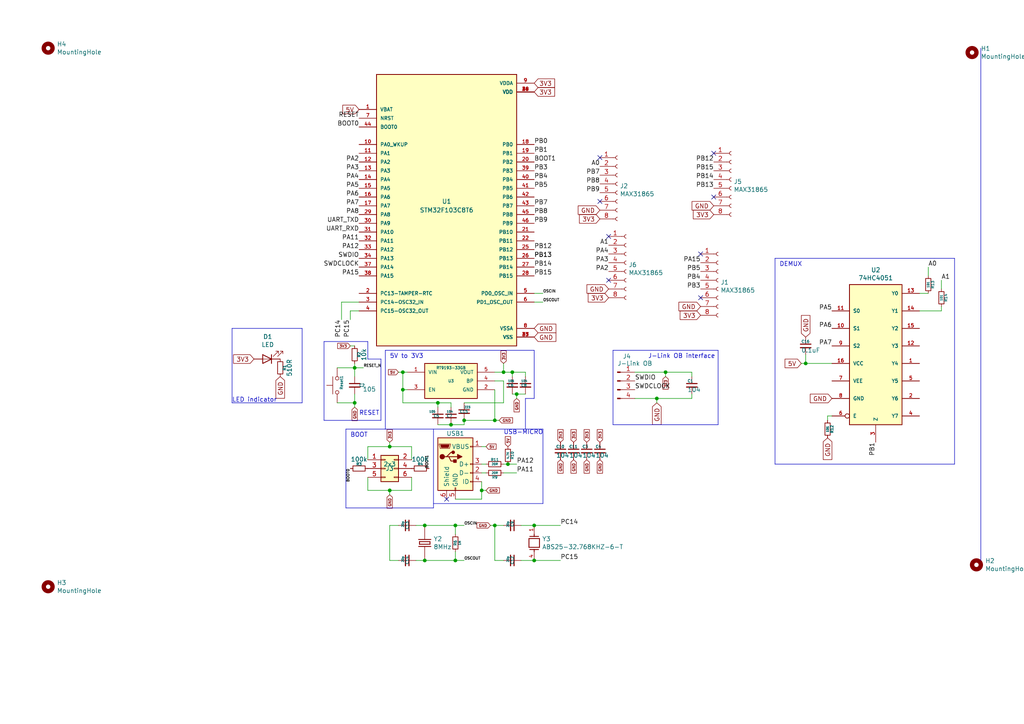
<source format=kicad_sch>
(kicad_sch (version 20230121) (generator eeschema)
  (paper "A4")
  (lib_symbols
    (symbol "ABS25-32.768KHZ-6-T:ABS25-32.768KHZ-6-T" (pin_names (offset 1.016) hide)
      (property "Reference" "Y" (at -2.54 3.175 0))
      (property "Value" "ABS25-32.768KHZ-6-T" (at -2.54 -5.08 0))
      (symbol "ABS25-32.768KHZ-6-T_0_0"
        (polyline (pts (xy -1.905 0) (xy -2.54 0)) (stroke (width 0.254)))
        (polyline (pts (xy -1.905 0) (xy -1.905 -1.27)) (stroke (width 0.254)))
        (polyline (pts (xy -1.905 1.27) (xy -1.905 0)) (stroke (width 0.254)))
        (polyline (pts (xy -1.27 -1.524) (xy -1.27 1.524)) (stroke (width 0.254)))
        (polyline (pts (xy -1.27 1.524) (xy 1.27 1.524)) (stroke (width 0.254)))
        (polyline (pts (xy 1.27 -1.524) (xy -1.27 -1.524)) (stroke (width 0.254)))
        (polyline (pts (xy 1.27 1.524) (xy 1.27 -1.524)) (stroke (width 0.254)))
        (polyline (pts (xy 1.905 0) (xy 1.905 -1.27)) (stroke (width 0.254)))
        (polyline (pts (xy 1.905 0) (xy 2.54 0)) (stroke (width 0.254)))
        (polyline (pts (xy 1.905 1.27) (xy 1.905 0)) (stroke (width 0.254)))
        (pin passive line (at -5.08 0 0) (length 2.54) (name "~") (number "1"))
        (pin passive line (at 5.08 0 180) (length 2.54) (name "~") (number "4"))
      )
    )
    (symbol "Connector:USB_B_Micro" (pin_names (offset 1.016))
      (property "Reference" "J" (at -5.08 11.43 0))
      (property "Value" "USB_B_Micro" (at -5.08 8.89 0))
      (symbol "USB_B_Micro_0_1"
        (rectangle (start -5.08 -7.62) (end 5.08 7.62) (stroke (width 0.254)) (fill (type background)))
        (circle (center -3.81 2.159) (radius 0.635) (stroke (width 0.254)) (fill (type outline)))
        (circle (center -0.635 3.429) (radius 0.381) (stroke (width 0.254)) (fill (type outline)))
        (rectangle (start -0.127 -7.62) (end 0.127 -6.858))
        (polyline (pts (xy -1.905 2.159) (xy 0.635 2.159)) (stroke (width 0.254)))
        (polyline (pts (xy -3.175 2.159) (xy -2.54 2.159) (xy -1.27 3.429) (xy -0.635 3.429)) (stroke (width 0.254)))
        (polyline (pts (xy -2.54 2.159) (xy -1.905 2.159) (xy -1.27 0.889) (xy 0 0.889)) (stroke (width 0.254)))
        (polyline (pts (xy 0.635 2.794) (xy 0.635 1.524) (xy 1.905 2.159) (xy 0.635 2.794)) (stroke (width 0.254)) (fill (type outline)))
        (polyline (pts (xy -4.318 5.588) (xy -1.778 5.588) (xy -2.032 4.826) (xy -4.064 4.826) (xy -4.318 5.588)) (fill (type outline)))
        (polyline (pts (xy -4.699 5.842) (xy -4.699 5.588) (xy -4.445 4.826) (xy -4.445 4.572) (xy -1.651 4.572) (xy -1.651 4.826) (xy -1.397 5.588) (xy -1.397 5.842) (xy -4.699 5.842)))
        (rectangle (start 0.254 1.27) (end -0.508 0.508) (stroke (width 0.254)) (fill (type outline)))
        (rectangle (start 5.08 -5.207) (end 4.318 -4.953))
        (rectangle (start 5.08 -2.667) (end 4.318 -2.413))
        (rectangle (start 5.08 -0.127) (end 4.318 0.127))
        (rectangle (start 5.08 4.953) (end 4.318 5.207))
      )
      (symbol "USB_B_Micro_1_1"
        (pin power_out line (at 7.62 5.08 180) (length 2.54) (name "VBUS") (number "1"))
        (pin bidirectional line (at 7.62 -2.54 180) (length 2.54) (name "D-") (number "2"))
        (pin bidirectional line (at 7.62 0 180) (length 2.54) (name "D+") (number "3"))
        (pin passive line (at 7.62 -5.08 180) (length 2.54) (name "ID") (number "4"))
        (pin power_out line (at 0 -10.16 90) (length 2.54) (name "GND") (number "5"))
        (pin passive line (at -2.54 -10.16 90) (length 2.54) (name "Shield") (number "6"))
      )
    )
    (symbol "Connector_Generic:Conn_02x03_Odd_Even" (pin_names (offset 1.016) hide)
      (property "Reference" "J" (at 1.27 5.08 0))
      (property "Value" "Conn_02x03_Odd_Even" (at 1.27 -5.08 0))
      (symbol "Conn_02x03_Odd_Even_1_1"
        (rectangle (start -1.27 -2.413) (end 0 -2.667) (stroke (width 0.1524)))
        (rectangle (start -1.27 0.127) (end 0 -0.127) (stroke (width 0.1524)))
        (rectangle (start -1.27 2.667) (end 0 2.413) (stroke (width 0.1524)))
        (rectangle (start -1.27 3.81) (end 3.81 -3.81) (stroke (width 0.254)) (fill (type background)))
        (rectangle (start 3.81 -2.413) (end 2.54 -2.667) (stroke (width 0.1524)))
        (rectangle (start 3.81 0.127) (end 2.54 -0.127) (stroke (width 0.1524)))
        (rectangle (start 3.81 2.667) (end 2.54 2.413) (stroke (width 0.1524)))
        (pin passive line (at -5.08 2.54 0) (length 3.81) (name "Pin_1") (number "1"))
        (pin passive line (at 7.62 2.54 180) (length 3.81) (name "Pin_2") (number "2"))
        (pin passive line (at -5.08 0 0) (length 3.81) (name "Pin_3") (number "3"))
        (pin passive line (at 7.62 0 180) (length 3.81) (name "Pin_4") (number "4"))
        (pin passive line (at -5.08 -2.54 0) (length 3.81) (name "Pin_5") (number "5"))
        (pin passive line (at 7.62 -2.54 180) (length 3.81) (name "Pin_6") (number "6"))
      )
    )
    (symbol "DTMI-rescue:74HC4051-74HC4051" (pin_names (offset 1.016))
      (property "Reference" "U" (at -2.54 20.3454 0))
      (property "Value" "74HC4051_74HC4051" (at -2.54 -33.0708 0))
      (symbol "74HC4051-74HC4051_0_0"
        (rectangle (start -10.16 -22.86) (end 5.08 17.78) (stroke (width 0.254)) (fill (type background)))
        (pin bidirectional line (at 10.16 -5.08 180) (length 5.08) (name "Y4") (number "1"))
        (pin bidirectional line (at -15.24 5.08 0) (length 5.08) (name "S1") (number "10"))
        (pin bidirectional line (at -15.24 10.16 0) (length 5.08) (name "S0") (number "11"))
        (pin bidirectional line (at 10.16 0 180) (length 5.08) (name "Y3") (number "12"))
        (pin bidirectional line (at 10.16 15.24 180) (length 5.08) (name "Y0") (number "13"))
        (pin bidirectional line (at 10.16 10.16 180) (length 5.08) (name "Y1") (number "14"))
        (pin bidirectional line (at 10.16 5.08 180) (length 5.08) (name "Y2") (number "15"))
        (pin power_in line (at -15.24 -5.08 0) (length 5.08) (name "VCC") (number "16"))
        (pin bidirectional line (at 10.16 -15.24 180) (length 5.08) (name "Y6") (number "2"))
        (pin bidirectional line (at -2.54 -27.94 90) (length 5.08) (name "Z") (number "3"))
        (pin bidirectional line (at 10.16 -20.32 180) (length 5.08) (name "Y7") (number "4"))
        (pin bidirectional line (at 10.16 -10.16 180) (length 5.08) (name "Y5") (number "5"))
        (pin bidirectional inverted (at -15.24 -20.32 0) (length 5.08) (name "E") (number "6"))
        (pin power_in line (at -15.24 -10.16 0) (length 5.08) (name "VEE") (number "7"))
        (pin power_in line (at -15.24 -15.24 0) (length 5.08) (name "GND") (number "8"))
        (pin bidirectional line (at -15.24 0 0) (length 5.08) (name "S2") (number "9"))
      )
    )
    (symbol "DTMI-rescue:Conn_01x04_Male-Connector" (pin_names (offset 1.016) hide)
      (property "Reference" "J" (at 0 5.08 0))
      (property "Value" "Connector_Conn_01x04_Male" (at 0 -7.62 0))
      (symbol "Conn_01x04_Male-Connector_1_1"
        (polyline (pts (xy 1.27 -5.08) (xy 0.8636 -5.08)) (stroke (width 0.1524)))
        (polyline (pts (xy 1.27 -2.54) (xy 0.8636 -2.54)) (stroke (width 0.1524)))
        (polyline (pts (xy 1.27 0) (xy 0.8636 0)) (stroke (width 0.1524)))
        (polyline (pts (xy 1.27 2.54) (xy 0.8636 2.54)) (stroke (width 0.1524)))
        (rectangle (start 0.8636 -4.953) (end 0 -5.207) (stroke (width 0.1524)) (fill (type outline)))
        (rectangle (start 0.8636 -2.413) (end 0 -2.667) (stroke (width 0.1524)) (fill (type outline)))
        (rectangle (start 0.8636 0.127) (end 0 -0.127) (stroke (width 0.1524)) (fill (type outline)))
        (rectangle (start 0.8636 2.667) (end 0 2.413) (stroke (width 0.1524)) (fill (type outline)))
        (pin passive line (at 5.08 2.54 180) (length 3.81) (name "Pin_1") (number "1"))
        (pin passive line (at 5.08 0 180) (length 3.81) (name "Pin_2") (number "2"))
        (pin passive line (at 5.08 -2.54 180) (length 3.81) (name "Pin_3") (number "3"))
        (pin passive line (at 5.08 -5.08 180) (length 3.81) (name "Pin_4") (number "4"))
      )
    )
    (symbol "DTMI-rescue:Conn_01x08_Female-Connector" (pin_names (offset 1.016) hide)
      (property "Reference" "J" (at 0 10.16 0))
      (property "Value" "Connector_Conn_01x08_Female" (at 0 -12.7 0))
      (symbol "Conn_01x08_Female-Connector_1_1"
        (arc (start 0 -9.652) (mid -0.5058 -10.16) (end 0 -10.668) (stroke (width 0.1524)))
        (arc (start 0 -7.112) (mid -0.5058 -7.62) (end 0 -8.128) (stroke (width 0.1524)))
        (arc (start 0 -4.572) (mid -0.5058 -5.08) (end 0 -5.588) (stroke (width 0.1524)))
        (arc (start 0 -2.032) (mid -0.5058 -2.54) (end 0 -3.048) (stroke (width 0.1524)))
        (polyline (pts (xy -1.27 -10.16) (xy -0.508 -10.16)) (stroke (width 0.1524)))
        (polyline (pts (xy -1.27 -7.62) (xy -0.508 -7.62)) (stroke (width 0.1524)))
        (polyline (pts (xy -1.27 -5.08) (xy -0.508 -5.08)) (stroke (width 0.1524)))
        (polyline (pts (xy -1.27 -2.54) (xy -0.508 -2.54)) (stroke (width 0.1524)))
        (polyline (pts (xy -1.27 0) (xy -0.508 0)) (stroke (width 0.1524)))
        (polyline (pts (xy -1.27 2.54) (xy -0.508 2.54)) (stroke (width 0.1524)))
        (polyline (pts (xy -1.27 5.08) (xy -0.508 5.08)) (stroke (width 0.1524)))
        (polyline (pts (xy -1.27 7.62) (xy -0.508 7.62)) (stroke (width 0.1524)))
        (arc (start 0 0.508) (mid -0.5058 0) (end 0 -0.508) (stroke (width 0.1524)))
        (arc (start 0 3.048) (mid -0.5058 2.54) (end 0 2.032) (stroke (width 0.1524)))
        (arc (start 0 5.588) (mid -0.5058 5.08) (end 0 4.572) (stroke (width 0.1524)))
        (arc (start 0 8.128) (mid -0.5058 7.62) (end 0 7.112) (stroke (width 0.1524)))
        (pin passive line (at -5.08 7.62 0) (length 3.81) (name "Pin_1") (number "1"))
        (pin passive line (at -5.08 5.08 0) (length 3.81) (name "Pin_2") (number "2"))
        (pin passive line (at -5.08 2.54 0) (length 3.81) (name "Pin_3") (number "3"))
        (pin passive line (at -5.08 0 0) (length 3.81) (name "Pin_4") (number "4"))
        (pin passive line (at -5.08 -2.54 0) (length 3.81) (name "Pin_5") (number "5"))
        (pin passive line (at -5.08 -5.08 0) (length 3.81) (name "Pin_6") (number "6"))
        (pin passive line (at -5.08 -7.62 0) (length 3.81) (name "Pin_7") (number "7"))
        (pin passive line (at -5.08 -10.16 0) (length 3.81) (name "Pin_8") (number "8"))
      )
    )
    (symbol "DTMI-rescue:ECS-80-20-4VX-ECS-80-20-4VX" (pin_numbers hide) (pin_names (offset 1.016) hide)
      (property "Reference" "Y" (at -4.3434 2.286 0))
      (property "Value" "ECS-80-20-4VX_ECS-80-20-4VX" (at -4.3434 -4.3434 0))
      (symbol "ECS-80-20-4VX-ECS-80-20-4VX_0_0"
        (polyline (pts (xy -2.54 0) (xy -1.016 0)) (stroke (width 0.1524)))
        (polyline (pts (xy -1.016 1.778) (xy -1.016 -1.778)) (stroke (width 0.254)))
        (polyline (pts (xy -0.381 -1.524) (xy 0.381 -1.524)) (stroke (width 0.254)))
        (polyline (pts (xy -0.381 1.524) (xy -0.381 -1.524)) (stroke (width 0.254)))
        (polyline (pts (xy 0.381 -1.524) (xy 0.381 1.524)) (stroke (width 0.254)))
        (polyline (pts (xy 0.381 1.524) (xy -0.381 1.524)) (stroke (width 0.254)))
        (polyline (pts (xy 1.016 0) (xy 2.54 0)) (stroke (width 0.1524)))
        (polyline (pts (xy 1.016 1.778) (xy 1.016 -1.778)) (stroke (width 0.254)))
        (pin passive line (at -5.08 0 0) (length 2.54) (name "~") (number "1"))
        (pin passive line (at 5.08 0 180) (length 2.54) (name "~") (number "2"))
      )
    )
    (symbol "DTMI-rescue:RT9193-33GB-RT9193-33GB" (pin_names (offset 1.016))
      (property "Reference" "U" (at -6.35 6.35 0))
      (property "Value" "RT9193-33GB_RT9193-33GB" (at -6.3754 -8.9154 0))
      (symbol "RT9193-33GB-RT9193-33GB_0_0"
        (rectangle (start -7.62 -5.08) (end 7.62 5.08) (stroke (width 0.254)) (fill (type background)))
        (pin input line (at -12.7 2.54 0) (length 5.08) (name "VIN") (number "1"))
        (pin power_in line (at 12.7 -2.54 180) (length 5.08) (name "GND") (number "2"))
        (pin input line (at -12.7 -2.54 0) (length 5.08) (name "EN") (number "3"))
        (pin passive line (at 12.7 0 180) (length 5.08) (name "BP") (number "4"))
        (pin output line (at 12.7 2.54 180) (length 5.08) (name "VOUT") (number "5"))
      )
    )
    (symbol "DTMI-rescue:STM32F103C8T6-STM32F103C8T6" (pin_names (offset 1.016))
      (property "Reference" "U" (at -20.32 41.275 0))
      (property "Value" "STM32F103C8T6_STM32F103C8T6" (at -20.32 -40.64 0))
      (symbol "STM32F103C8T6-STM32F103C8T6_0_0"
        (rectangle (start -20.32 -38.1) (end 20.32 40.64) (stroke (width 0.254)) (fill (type background)))
        (pin bidirectional line (at -25.4 30.48 0) (length 5.08) (name "VBAT") (number "1"))
        (pin bidirectional line (at -25.4 20.32 0) (length 5.08) (name "PA0_WKUP") (number "10"))
        (pin bidirectional line (at -25.4 17.78 0) (length 5.08) (name "PA1") (number "11"))
        (pin bidirectional line (at -25.4 15.24 0) (length 5.08) (name "PA2") (number "12"))
        (pin bidirectional line (at -25.4 12.7 0) (length 5.08) (name "PA3") (number "13"))
        (pin bidirectional line (at -25.4 10.16 0) (length 5.08) (name "PA4") (number "14"))
        (pin bidirectional line (at -25.4 7.62 0) (length 5.08) (name "PA5") (number "15"))
        (pin bidirectional line (at -25.4 5.08 0) (length 5.08) (name "PA6") (number "16"))
        (pin bidirectional line (at -25.4 2.54 0) (length 5.08) (name "PA7") (number "17"))
        (pin bidirectional line (at 25.4 20.32 180) (length 5.08) (name "PB0") (number "18"))
        (pin bidirectional line (at 25.4 17.78 180) (length 5.08) (name "PB1") (number "19"))
        (pin bidirectional line (at -25.4 -22.86 0) (length 5.08) (name "PC13-TAMPER-RTC") (number "2"))
        (pin bidirectional line (at 25.4 15.24 180) (length 5.08) (name "PB2") (number "20"))
        (pin bidirectional line (at 25.4 -5.08 180) (length 5.08) (name "PB10") (number "21"))
        (pin bidirectional line (at 25.4 -7.62 180) (length 5.08) (name "PB11") (number "22"))
        (pin power_in line (at 25.4 -35.56 180) (length 5.08) (name "VSS") (number "23"))
        (pin power_in line (at 25.4 35.56 180) (length 5.08) (name "VDD") (number "24"))
        (pin bidirectional line (at 25.4 -10.16 180) (length 5.08) (name "PB12") (number "25"))
        (pin bidirectional line (at 25.4 -12.7 180) (length 5.08) (name "PB13") (number "26"))
        (pin bidirectional line (at 25.4 -15.24 180) (length 5.08) (name "PB14") (number "27"))
        (pin bidirectional line (at 25.4 -17.78 180) (length 5.08) (name "PB15") (number "28"))
        (pin bidirectional line (at -25.4 0 0) (length 5.08) (name "PA8") (number "29"))
        (pin bidirectional line (at -25.4 -25.4 0) (length 5.08) (name "PC14-OSC32_IN") (number "3"))
        (pin bidirectional line (at -25.4 -2.54 0) (length 5.08) (name "PA9") (number "30"))
        (pin bidirectional line (at -25.4 -5.08 0) (length 5.08) (name "PA10") (number "31"))
        (pin bidirectional line (at -25.4 -7.62 0) (length 5.08) (name "PA11") (number "32"))
        (pin bidirectional line (at -25.4 -10.16 0) (length 5.08) (name "PA12") (number "33"))
        (pin bidirectional line (at -25.4 -12.7 0) (length 5.08) (name "PA13") (number "34"))
        (pin power_in line (at 25.4 -35.56 180) (length 5.08) (name "VSS") (number "35"))
        (pin power_in line (at 25.4 35.56 180) (length 5.08) (name "VDD") (number "36"))
        (pin bidirectional line (at -25.4 -15.24 0) (length 5.08) (name "PA14") (number "37"))
        (pin bidirectional line (at -25.4 -17.78 0) (length 5.08) (name "PA15") (number "38"))
        (pin bidirectional line (at 25.4 12.7 180) (length 5.08) (name "PB3") (number "39"))
        (pin bidirectional line (at -25.4 -27.94 0) (length 5.08) (name "PC15-OSC32_OUT") (number "4"))
        (pin bidirectional line (at 25.4 10.16 180) (length 5.08) (name "PB4") (number "40"))
        (pin bidirectional line (at 25.4 7.62 180) (length 5.08) (name "PB5") (number "41"))
        (pin bidirectional line (at 25.4 5.08 180) (length 5.08) (name "PB6") (number "42"))
        (pin bidirectional line (at 25.4 2.54 180) (length 5.08) (name "PB7") (number "43"))
        (pin input line (at -25.4 25.4 0) (length 5.08) (name "BOOT0") (number "44"))
        (pin bidirectional line (at 25.4 0 180) (length 5.08) (name "PB8") (number "45"))
        (pin bidirectional line (at 25.4 -2.54 180) (length 5.08) (name "PB9") (number "46"))
        (pin power_in line (at 25.4 -35.56 180) (length 5.08) (name "VSS") (number "47"))
        (pin power_in line (at 25.4 35.56 180) (length 5.08) (name "VDD") (number "48"))
        (pin bidirectional line (at 25.4 -22.86 180) (length 5.08) (name "PD0_OSC_IN") (number "5"))
        (pin bidirectional line (at 25.4 -25.4 180) (length 5.08) (name "PD1_OSC_OUT") (number "6"))
        (pin input line (at -25.4 27.94 0) (length 5.08) (name "NRST") (number "7"))
        (pin power_in line (at 25.4 -33.02 180) (length 5.08) (name "VSSA") (number "8"))
        (pin power_in line (at 25.4 38.1 180) (length 5.08) (name "VDDA") (number "9"))
      )
    )
    (symbol "Device:C_Small" (pin_numbers hide) (pin_names (offset 0.254) hide)
      (property "Reference" "C" (at 0.254 1.778 0))
      (property "Value" "C_Small" (at 0.254 -2.032 0))
      (symbol "C_Small_0_1"
        (polyline (pts (xy -1.524 -0.508) (xy 1.524 -0.508)) (stroke (width 0.3302)))
        (polyline (pts (xy -1.524 0.508) (xy 1.524 0.508)) (stroke (width 0.3048)))
      )
      (symbol "C_Small_1_1"
        (pin passive line (at 0 2.54 270) (length 2.032) (name "~") (number "1"))
        (pin passive line (at 0 -2.54 90) (length 2.032) (name "~") (number "2"))
      )
    )
    (symbol "Device:LED" (pin_numbers hide) (pin_names (offset 1.016) hide)
      (property "Reference" "D" (at 0 2.54 0))
      (property "Value" "LED" (at 0 -2.54 0))
      (symbol "LED_0_1"
        (polyline (pts (xy -1.27 -1.27) (xy -1.27 1.27)) (stroke (width 0.254)))
        (polyline (pts (xy -1.27 0) (xy 1.27 0)))
        (polyline (pts (xy 1.27 -1.27) (xy 1.27 1.27) (xy -1.27 0) (xy 1.27 -1.27)) (stroke (width 0.254)))
        (polyline (pts (xy -3.048 -0.762) (xy -4.572 -2.286) (xy -3.81 -2.286) (xy -4.572 -2.286) (xy -4.572 -1.524)))
        (polyline (pts (xy -1.778 -0.762) (xy -3.302 -2.286) (xy -2.54 -2.286) (xy -3.302 -2.286) (xy -3.302 -1.524)))
      )
      (symbol "LED_1_1"
        (pin passive line (at -3.81 0 0) (length 2.54) (name "K") (number "1"))
        (pin passive line (at 3.81 0 180) (length 2.54) (name "A") (number "2"))
      )
    )
    (symbol "Device:R_Small" (pin_numbers hide) (pin_names (offset 0.254) hide)
      (property "Reference" "R" (at 0.762 0.508 0))
      (property "Value" "R_Small" (at 0.762 -1.016 0))
      (symbol "R_Small_0_1"
        (rectangle (start -0.762 1.778) (end 0.762 -1.778) (stroke (width 0.2032)))
      )
      (symbol "R_Small_1_1"
        (pin passive line (at 0 2.54 270) (length 0.762) (name "~") (number "1"))
        (pin passive line (at 0 -2.54 90) (length 0.762) (name "~") (number "2"))
      )
    )
    (symbol "Mechanical:MountingHole" (pin_names (offset 1.016))
      (property "Reference" "H" (at 0 5.08 0))
      (property "Value" "MountingHole" (at 0 3.175 0))
      (symbol "MountingHole_0_1"
        (circle (center 0 0) (radius 1.27) (stroke (width 1.27)))
      )
    )
    (symbol "Switch:SW_Push" (pin_numbers hide) (pin_names (offset 1.016) hide)
      (property "Reference" "SW" (at 1.27 2.54 0))
      (property "Value" "SW_Push" (at 0 -1.524 0))
      (symbol "SW_Push_0_1"
        (circle (center -2.032 0) (radius 0.508))
        (polyline (pts (xy 0 1.27) (xy 0 3.048)))
        (polyline (pts (xy 2.54 1.27) (xy -2.54 1.27)))
        (circle (center 2.032 0) (radius 0.508))
        (pin passive line (at -5.08 0 0) (length 2.54) (name "1") (number "1"))
        (pin passive line (at 5.08 0 180) (length 2.54) (name "2") (number "2"))
      )
    )
  )
  (junction (at 132.08 152.4))
  (junction (at 193.04 107.95))
  (junction (at 123.19 152.4))
  (junction (at 146.05 107.95))
  (junction (at 143.51 121.92))
  (junction (at 154.94 162.56))
  (junction (at 190.5 115.57))
  (junction (at 116.84 107.95))
  (junction (at 116.84 113.03))
  (junction (at 139.7 142.24))
  (junction (at 102.87 116.84))
  (junction (at 147.32 134.62))
  (junction (at 132.08 162.56))
  (junction (at 143.51 152.4))
  (junction (at 233.68 105.41))
  (junction (at 134.62 121.92))
  (junction (at 149.86 114.3))
  (junction (at 102.87 106.68))
  (junction (at 148.59 107.95))
  (junction (at 123.19 162.56))
  (junction (at 130.81 123.19))
  (junction (at 154.94 152.4))
  (junction (at 113.03 142.24))
  (junction (at 127 116.84))
  (junction (at 113.03 129.54))
  (no_connect (at 173.99 58.42))
  (no_connect (at 129.54 144.78))
  (no_connect (at 176.53 81.28))
  (no_connect (at 203.2 73.66))
  (no_connect (at 203.2 86.36))
  (no_connect (at 207.01 44.45))
  (no_connect (at 207.01 57.15))
  (no_connect (at 176.53 68.58))
  (no_connect (at 173.99 45.72))
  (wire (pts (xy 154.94 85.09) (xy 157.48 85.09)))
  (wire (pts (xy 152.4 107.95) (xy 152.4 109.22)))
  (wire (pts (xy 146.05 137.16) (xy 149.86 137.16)))
  (wire (pts (xy 149.86 115.57) (xy 149.86 114.3)))
  (polyline (pts (xy 111.76 101.6) (xy 154.94 101.6)))
  (wire (pts (xy 240.03 120.65) (xy 241.3 120.65)))
  (wire (pts (xy 193.04 109.22) (xy 193.04 107.95)))
  (wire (pts (xy 119.38 138.43) (xy 119.38 142.24)))
  (wire (pts (xy 130.81 123.19) (xy 134.62 123.19)))
  (polyline (pts (xy 93.98 99.06) (xy 106.68 99.06)))
  (wire (pts (xy 132.08 162.56) (xy 132.08 160.02)))
  (wire (pts (xy 143.51 110.49) (xy 146.05 110.49)))
  (wire (pts (xy 139.7 144.78) (xy 139.7 142.24)))
  (polyline (pts (xy 93.98 99.06) (xy 93.98 121.92)))
  (polyline (pts (xy 67.31 95.25) (xy 67.31 116.84)))
  (wire (pts (xy 146.05 107.95) (xy 146.05 105.41)))
  (wire (pts (xy 154.94 87.63) (xy 157.48 87.63)))
  (wire (pts (xy 148.59 107.95) (xy 152.4 107.95)))
  (polyline (pts (xy 157.48 146.05) (xy 125.73 146.05)))
  (wire (pts (xy 115.57 152.4) (xy 113.03 152.4)))
  (wire (pts (xy 127 116.84) (xy 127 118.11)))
  (wire (pts (xy 132.08 162.56) (xy 134.62 162.56)))
  (wire (pts (xy 142.24 152.4) (xy 143.51 152.4)))
  (wire (pts (xy 127 116.84) (xy 130.81 116.84)))
  (wire (pts (xy 143.51 113.03) (xy 143.51 121.92)))
  (polyline (pts (xy 276.86 74.93) (xy 224.79 74.93)))
  (wire (pts (xy 190.5 116.84) (xy 190.5 115.57)))
  (polyline (pts (xy 111.76 124.46) (xy 111.76 101.6)))
  (wire (pts (xy 143.51 107.95) (xy 146.05 107.95)))
  (wire (pts (xy 116.84 113.03) (xy 116.84 116.84)))
  (wire (pts (xy 113.03 152.4) (xy 113.03 162.56)))
  (wire (pts (xy 123.19 162.56) (xy 132.08 162.56)))
  (wire (pts (xy 139.7 142.24) (xy 140.97 142.24)))
  (wire (pts (xy 123.19 152.4) (xy 132.08 152.4)))
  (wire (pts (xy 146.05 107.95) (xy 148.59 107.95)))
  (wire (pts (xy 101.6 100.33) (xy 102.87 100.33)))
  (polyline (pts (xy 152.4 115.57) (xy 152.4 124.46)))
  (wire (pts (xy 149.86 134.62) (xy 147.32 134.62)))
  (wire (pts (xy 144.78 121.92) (xy 143.51 121.92)))
  (wire (pts (xy 106.68 129.54) (xy 113.03 129.54)))
  (polyline (pts (xy 177.8 123.19) (xy 208.28 123.19)))
  (polyline (pts (xy 276.86 134.62) (xy 276.86 74.93)))
  (polyline (pts (xy 110.49 104.14) (xy 110.49 121.92)))
  (polyline (pts (xy 106.68 99.06) (xy 106.68 104.14)))
  (polyline (pts (xy 154.94 115.57) (xy 152.4 115.57)))
  (wire (pts (xy 139.7 137.16) (xy 140.97 137.16)))
  (polyline (pts (xy 106.68 104.14) (xy 110.49 104.14)))
  (polyline (pts (xy 87.63 95.25) (xy 67.31 95.25)))
  (wire (pts (xy 113.03 162.56) (xy 115.57 162.56)))
  (wire (pts (xy 154.94 152.4) (xy 162.56 152.4)))
  (wire (pts (xy 200.66 114.3) (xy 200.66 115.57)))
  (wire (pts (xy 273.05 81.28) (xy 273.05 83.82)))
  (wire (pts (xy 147.32 134.62) (xy 146.05 134.62)))
  (wire (pts (xy 99.06 87.63) (xy 104.14 87.63)))
  (polyline (pts (xy 157.48 124.46) (xy 157.48 146.05)))
  (wire (pts (xy 143.51 162.56) (xy 146.05 162.56)))
  (wire (pts (xy 148.59 114.3) (xy 149.86 114.3)))
  (polyline (pts (xy 125.73 147.32) (xy 100.33 147.32)))
  (wire (pts (xy 105.41 106.68) (xy 102.87 106.68)))
  (polyline (pts (xy 224.79 74.93) (xy 224.79 134.62)))
  (wire (pts (xy 99.06 87.63) (xy 99.06 92.71)))
  (wire (pts (xy 102.87 106.68) (xy 97.79 106.68)))
  (wire (pts (xy 132.08 144.78) (xy 139.7 144.78)))
  (wire (pts (xy 116.84 107.95) (xy 118.11 107.95)))
  (wire (pts (xy 193.04 107.95) (xy 184.15 107.95)))
  (wire (pts (xy 266.7 90.17) (xy 273.05 90.17)))
  (wire (pts (xy 106.68 133.35) (xy 106.68 129.54)))
  (wire (pts (xy 146.05 152.4) (xy 143.51 152.4)))
  (polyline (pts (xy 67.31 116.84) (xy 87.63 116.84)))
  (wire (pts (xy 200.66 107.95) (xy 200.66 109.22)))
  (wire (pts (xy 101.6 90.17) (xy 104.14 90.17)))
  (polyline (pts (xy 224.79 134.62) (xy 276.86 134.62)))
  (wire (pts (xy 113.03 143.51) (xy 113.03 142.24)))
  (wire (pts (xy 116.84 107.95) (xy 116.84 113.03)))
  (wire (pts (xy 101.6 92.71) (xy 101.6 90.17)))
  (wire (pts (xy 97.79 116.84) (xy 102.87 116.84)))
  (wire (pts (xy 102.87 109.22) (xy 102.87 106.68)))
  (wire (pts (xy 190.5 115.57) (xy 184.15 115.57)))
  (wire (pts (xy 132.08 152.4) (xy 132.08 154.94)))
  (wire (pts (xy 151.13 162.56) (xy 154.94 162.56)))
  (wire (pts (xy 119.38 129.54) (xy 119.38 133.35)))
  (wire (pts (xy 130.81 116.84) (xy 130.81 118.11)))
  (wire (pts (xy 146.05 110.49) (xy 146.05 116.84)))
  (wire (pts (xy 140.97 134.62) (xy 139.7 134.62)))
  (wire (pts (xy 115.57 107.95) (xy 116.84 107.95)))
  (wire (pts (xy 233.68 105.41) (xy 232.41 105.41)))
  (wire (pts (xy 102.87 116.84) (xy 102.87 118.11)))
  (wire (pts (xy 139.7 142.24) (xy 139.7 139.7)))
  (polyline (pts (xy 87.63 116.84) (xy 87.63 95.25)))
  (wire (pts (xy 139.7 129.54) (xy 140.97 129.54)))
  (wire (pts (xy 149.86 114.3) (xy 152.4 114.3)))
  (wire (pts (xy 143.51 121.92) (xy 134.62 121.92)))
  (wire (pts (xy 106.68 142.24) (xy 113.03 142.24)))
  (polyline (pts (xy 100.33 147.32) (xy 100.33 124.46)))
  (wire (pts (xy 269.24 77.47) (xy 269.24 80.01)))
  (wire (pts (xy 200.66 115.57) (xy 190.5 115.57)))
  (polyline (pts (xy 284.48 162.56) (xy 284.48 13.97)))
  (polyline (pts (xy 177.8 101.6) (xy 177.8 123.19)))
  (wire (pts (xy 134.62 116.84) (xy 146.05 116.84)))
  (wire (pts (xy 113.03 142.24) (xy 119.38 142.24)))
  (polyline (pts (xy 208.28 101.6) (xy 177.8 101.6)))
  (wire (pts (xy 106.68 138.43) (xy 106.68 142.24)))
  (polyline (pts (xy 154.94 101.6) (xy 154.94 115.57)))
  (wire (pts (xy 273.05 90.17) (xy 273.05 88.9)))
  (wire (pts (xy 151.13 152.4) (xy 154.94 152.4)))
  (wire (pts (xy 118.11 113.03) (xy 116.84 113.03)))
  (wire (pts (xy 116.84 116.84) (xy 127 116.84)))
  (wire (pts (xy 102.87 105.41) (xy 102.87 106.68)))
  (wire (pts (xy 154.94 162.56) (xy 162.56 162.56)))
  (wire (pts (xy 120.65 162.56) (xy 123.19 162.56)))
  (wire (pts (xy 102.87 116.84) (xy 102.87 114.3)))
  (polyline (pts (xy 208.28 123.19) (xy 208.28 101.6)))
  (wire (pts (xy 241.3 105.41) (xy 233.68 105.41)))
  (wire (pts (xy 132.08 152.4) (xy 134.62 152.4)))
  (wire (pts (xy 120.65 152.4) (xy 123.19 152.4)))
  (wire (pts (xy 113.03 129.54) (xy 119.38 129.54)))
  (wire (pts (xy 266.7 85.09) (xy 269.24 85.09)))
  (wire (pts (xy 193.04 107.95) (xy 200.66 107.95)))
  (polyline (pts (xy 110.49 121.92) (xy 93.98 121.92)))
  (wire (pts (xy 113.03 128.27) (xy 113.03 129.54)))
  (wire (pts (xy 233.68 102.87) (xy 233.68 105.41)))
  (polyline (pts (xy 125.73 124.46) (xy 125.73 147.32)))
  (polyline (pts (xy 100.33 124.46) (xy 157.48 124.46)))
  (wire (pts (xy 134.62 123.19) (xy 134.62 121.92)))
  (wire (pts (xy 143.51 152.4) (xy 143.51 162.56)))
  (wire (pts (xy 240.03 121.92) (xy 240.03 120.65)))
  (wire (pts (xy 127 123.19) (xy 130.81 123.19)))
  (wire (pts (xy 148.59 107.95) (xy 148.59 109.22)))
  (text "USB-MICRO\n\n" (at 146.05 128.27 0) (effects (font (size 1.27 1.27)) (justify left bottom)))
  (text "RESET\n" (at 104.14 120.65 0) (effects (font (size 1.27 1.27)) (justify left bottom)))
  (text "DEMUX\n" (at 226.06 77.47 0) (effects (font (size 1.27 1.27)) (justify left bottom)))
  (text "J-Link OB interface\n" (at 187.96 104.14 0) (effects (font (size 1.27 1.27)) (justify left bottom)))
  (text "LED indicator\n" (at 67.31 116.84 0) (effects (font (size 1.27 1.27)) (justify left bottom)))
  (text "5V to 3V3\n" (at 113.03 104.14 0) (effects (font (size 1.27 1.27)) (justify left bottom)))
  (text "BOOT\n" (at 101.6 127 0) (effects (font (size 1.27 1.27)) (justify left bottom)))
  (label "OSCOUT" (at 157.48 87.63 0) (effects (font (size 0.7874 0.7874))))
  (label "RESET" (at 104.14 34.29 180))
  (label "PA7" (at 104.14 59.69 180))
  (label "PA4" (at 176.53 73.66 180))
  (label "PB13" (at 154.94 74.93 0))
  (label "PC14" (at 162.56 152.4 0))
  (label "PA2" (at 176.53 78.74 180))
  (label "BOOT1" (at 154.94 46.99 0))
  (label "PA15" (at 104.14 80.01 180))
  (label "SWDCLOCK" (at 104.14 77.47 180))
  (label "PB8" (at 154.94 62.23 0))
  (label "PB15" (at 154.94 80.01 0))
  (label "PA8" (at 104.14 62.23 180))
  (label "PB9" (at 173.99 55.88 180))
  (label "PA3" (at 104.14 49.53 180))
  (label "PC14" (at 99.06 92.71 270))
  (label "PB4" (at 154.94 52.07 0))
  (label "BOOT1" (at 124.46 135.89 90) (effects (font (size 0.7874 0.7874))))
  (label "PA3" (at 176.53 76.2 180))
  (label "SWDCLOCK" (at 184.15 113.03 0))
  (label "PB15" (at 207.01 49.53 180))
  (label "PB8" (at 173.99 53.34 180))
  (label "PC15" (at 162.56 162.56 0))
  (label "PB14" (at 207.01 52.07 180))
  (label "PB5" (at 154.94 54.61 0))
  (label "PA5" (at 104.14 54.61 180))
  (label "BOOT0" (at 101.6 135.89 270) (effects (font (size 0.7874 0.7874))))
  (label "UART_TXD" (at 104.14 64.77 180))
  (label "PB1" (at 254 128.27 270))
  (label "PA12" (at 149.86 134.62 0))
  (label "PC15" (at 101.6 92.71 270))
  (label "UART_RXD" (at 104.14 67.31 180))
  (label "OSCOUT" (at 134.62 162.56 0) (effects (font (size 0.7874 0.7874))))
  (label "OSCIN" (at 157.48 85.09 0) (effects (font (size 0.7874 0.7874))))
  (label "PA12" (at 104.14 72.39 180))
  (label "A0" (at 173.99 48.26 180))
  (label "PB1" (at 154.94 44.45 0))
  (label "PB5" (at 203.2 78.74 180))
  (label "PB14" (at 154.94 77.47 0))
  (label "OSCIN" (at 134.62 152.4 0) (effects (font (size 0.7874 0.7874))))
  (label "PB9" (at 154.94 64.77 0))
  (label "PB3" (at 203.2 83.82 180))
  (label "PB3" (at 154.94 49.53 0))
  (label "PA7" (at 241.3 100.33 180))
  (label "PB7" (at 154.94 59.69 0))
  (label "PB13" (at 207.01 54.61 180))
  (label "PB0" (at 154.94 41.91 0))
  (label "PA6" (at 104.14 57.15 180))
  (label "PB12" (at 154.94 72.39 0))
  (label "PA6" (at 241.3 95.25 180))
  (label "BOOT0" (at 104.14 36.83 180))
  (label "PB4" (at 203.2 81.28 180))
  (label "PA2" (at 104.14 46.99 180))
  (label "A1" (at 176.53 71.12 180))
  (label "SWDIO" (at 104.14 74.93 180))
  (label "SWDIO" (at 184.15 110.49 0))
  (label "PB7" (at 173.99 50.8 180))
  (label "PA4" (at 104.14 52.07 180))
  (label "PB13" (at 154.94 74.93 0))
  (label "RESET_N" (at 105.41 106.68 0) (effects (font (size 0.7874 0.7874))))
  (label "PA11" (at 149.86 137.16 0))
  (label "PB12" (at 207.01 46.99 180))
  (label "PA15" (at 203.2 76.2 180))
  (label "A1" (at 273.05 81.28 0))
  (label "PA11" (at 104.14 69.85 180))
  (label "PA5" (at 241.3 90.17 180))
  (label "A0" (at 269.24 77.47 0))
  (global_label "GND" (shape input) (at 154.94 95.25 0) (property "Intersheetrefs" "${INTERSHEET_REFS}" (effects hide)))
  (global_label "GND" (shape input) (at 176.53 83.82 180) (property "Intersheetrefs" "${INTERSHEET_REFS}" (effects hide)))
  (global_label "GND" (shape input) (at 149.86 115.57 270) (effects (font (size 0.7874 0.7874))) (property "Intersheetrefs" "${INTERSHEET_REFS}" (effects hide)))
  (global_label "3V3" (shape input) (at 203.2 91.44 180) (property "Intersheetrefs" "${INTERSHEET_REFS}" (effects hide)))
  (global_label "GND" (shape input) (at 142.24 152.4 180) (effects (font (size 0.7874 0.7874))) (property "Intersheetrefs" "${INTERSHEET_REFS}" (effects hide)))
  (global_label "3V3" (shape input) (at 207.01 62.23 180) (property "Intersheetrefs" "${INTERSHEET_REFS}" (effects hide)))
  (global_label "3V3" (shape input) (at 146.05 105.41 90) (effects (font (size 0.7874 0.7874))) (property "Intersheetrefs" "${INTERSHEET_REFS}" (effects hide)))
  (global_label "GND" (shape input) (at 240.03 127 270) (property "Intersheetrefs" "${INTERSHEET_REFS}" (effects hide)))
  (global_label "GND" (shape input) (at 162.56 133.35 270) (effects (font (size 0.7874 0.7874))) (property "Intersheetrefs" "${INTERSHEET_REFS}" (effects hide)))
  (global_label "GND" (shape input) (at 170.18 133.35 270) (effects (font (size 0.7874 0.7874))) (property "Intersheetrefs" "${INTERSHEET_REFS}" (effects hide)))
  (global_label "5V" (shape input) (at 232.41 105.41 180) (property "Intersheetrefs" "${INTERSHEET_REFS}" (effects hide)))
  (global_label "GND" (shape input) (at 140.97 142.24 0) (effects (font (size 0.7874 0.7874))) (property "Intersheetrefs" "${INTERSHEET_REFS}" (effects hide)))
  (global_label "5V" (shape input) (at 115.57 107.95 180) (effects (font (size 0.7874 0.7874))) (property "Intersheetrefs" "${INTERSHEET_REFS}" (effects hide)))
  (global_label "GND" (shape input) (at 207.01 59.69 180) (property "Intersheetrefs" "${INTERSHEET_REFS}" (effects hide)))
  (global_label "3V3" (shape input) (at 173.99 63.5 180) (property "Intersheetrefs" "${INTERSHEET_REFS}" (effects hide)))
  (global_label "5V" (shape input) (at 140.97 129.54 0) (effects (font (size 0.7874 0.7874))) (property "Intersheetrefs" "${INTERSHEET_REFS}" (effects hide)))
  (global_label "3V3" (shape input) (at 166.37 128.27 90) (effects (font (size 0.7874 0.7874))) (property "Intersheetrefs" "${INTERSHEET_REFS}" (effects hide)))
  (global_label "3V3" (shape input) (at 193.04 109.22 270) (effects (font (size 0.7874 0.7874))) (property "Intersheetrefs" "${INTERSHEET_REFS}" (effects hide)))
  (global_label "GND" (shape input) (at 144.78 121.92 0) (effects (font (size 0.7874 0.7874))) (property "Intersheetrefs" "${INTERSHEET_REFS}" (effects hide)))
  (global_label "5V" (shape input) (at 104.14 31.75 180) (property "Intersheetrefs" "${INTERSHEET_REFS}" (effects hide)))
  (global_label "3V3" (shape input) (at 162.56 128.27 90) (effects (font (size 0.7874 0.7874))) (property "Intersheetrefs" "${INTERSHEET_REFS}" (effects hide)))
  (global_label "3V3" (shape input) (at 73.66 104.14 180) (property "Intersheetrefs" "${INTERSHEET_REFS}" (effects hide)))
  (global_label "3V3" (shape input) (at 176.53 86.36 180) (property "Intersheetrefs" "${INTERSHEET_REFS}" (effects hide)))
  (global_label "GND" (shape input) (at 166.37 133.35 270) (effects (font (size 0.7874 0.7874))) (property "Intersheetrefs" "${INTERSHEET_REFS}" (effects hide)))
  (global_label "GND" (shape input) (at 102.87 118.11 270) (effects (font (size 0.7874 0.7874))) (property "Intersheetrefs" "${INTERSHEET_REFS}" (effects hide)))
  (global_label "GND" (shape input) (at 173.99 133.35 270) (effects (font (size 0.7874 0.7874))) (property "Intersheetrefs" "${INTERSHEET_REFS}" (effects hide)))
  (global_label "GND" (shape input) (at 190.5 116.84 270) (property "Intersheetrefs" "${INTERSHEET_REFS}" (effects hide)))
  (global_label "3V3" (shape input) (at 170.18 128.27 90) (effects (font (size 0.7874 0.7874))) (property "Intersheetrefs" "${INTERSHEET_REFS}" (effects hide)))
  (global_label "GND" (shape input) (at 113.03 143.51 270) (effects (font (size 0.7874 0.7874))) (property "Intersheetrefs" "${INTERSHEET_REFS}" (effects hide)))
  (global_label "5V" (shape input) (at 147.32 129.54 90) (effects (font (size 0.7874 0.7874))) (property "Intersheetrefs" "${INTERSHEET_REFS}" (effects hide)))
  (global_label "GND" (shape input) (at 154.94 97.79 0) (property "Intersheetrefs" "${INTERSHEET_REFS}" (effects hide)))
  (global_label "3V3" (shape input) (at 101.6 100.33 180) (effects (font (size 0.7874 0.7874))) (property "Intersheetrefs" "${INTERSHEET_REFS}" (effects hide)))
  (global_label "GND" (shape input) (at 233.68 97.79 90) (property "Intersheetrefs" "${INTERSHEET_REFS}" (effects hide)))
  (global_label "GND" (shape input) (at 81.28 109.22 270) (property "Intersheetrefs" "${INTERSHEET_REFS}" (effects hide)))
  (global_label "3V3" (shape input) (at 113.03 128.27 90) (effects (font (size 0.7874 0.7874))) (property "Intersheetrefs" "${INTERSHEET_REFS}" (effects hide)))
  (global_label "3V3" (shape input) (at 173.99 128.27 90) (effects (font (size 0.7874 0.7874))) (property "Intersheetrefs" "${INTERSHEET_REFS}" (effects hide)))
  (global_label "3V3" (shape input) (at 154.94 24.13 0) (property "Intersheetrefs" "${INTERSHEET_REFS}" (effects hide)))
  (global_label "GND" (shape input) (at 173.99 60.96 180) (property "Intersheetrefs" "${INTERSHEET_REFS}" (effects hide)))
  (global_label "3V3" (shape input) (at 154.94 26.67 0) (property "Intersheetrefs" "${INTERSHEET_REFS}" (effects hide)))
  (global_label "GND" (shape input) (at 203.2 88.9 180) (property "Intersheetrefs" "${INTERSHEET_REFS}" (effects hide)))
  (global_label "GND" (shape input) (at 241.3 115.57 180) (property "Intersheetrefs" "${INTERSHEET_REFS}" (effects hide)))
  (symbol (lib_id "DTMI-rescue:STM32F103C8T6-STM32F103C8T6") (at 129.54 62.23 0) (unit 1)
    (property "Reference" "U1" (at 129.54 58.42 0))
    (property "Value" "STM32F103C8T6" (at 129.54 60.96 0))
    (property "Footprint" "QFP50P900X900X160-48N" (effects hide))
    (property "MP" "STM32F103C8T6" (effects hide))
    (property "Purchase-URL" "https://pricing.snapeda.com/search/part/STM32F103C8T6/?ref=eda" (effects hide))
    (property "Price" "None" (effects hide))
    (property "Package" "LQFP-48 STMicroelectronics" (effects hide))
    (property "MF" "STMicroelectronics" (effects hide))
    (property "Availability" "In Stock" (effects hide))
    (property "Description" "ARM® Cortex®-M3 STM32F1 Microcontroller IC 32-Bit 72MHz 64KB (64K x 8) FLASH 48-LQFP (7x7)" (effects hide))
  )
  (symbol (lib_id "Connector_Generic:Conn_02x03_Odd_Even") (at 111.76 135.89 0) (unit 1)
    (property "Reference" "J3" (at 113.03 135.89 0))
    (property "Value" "2x3" (at 113.03 134.62 0))
    (property "Footprint" "PinHeaders:PinHeader_2x03_P2.54mm_Vertical" (effects hide))
  )
  (symbol (lib_id "Device:R_Small") (at 104.14 135.89 270) (unit 1)
    (property "Reference" "R3" (at 104.14 134.62 90) (effects (font (size 0.7874 0.7874))))
    (property "Value" "100k" (at 104.14 133.223 90))
    (property "Footprint" "Resistor_SMD:R_0603_1608Metric_Pad0.98x0.95mm_HandSolder" (effects hide))
  )
  (symbol (lib_id "Device:R_Small") (at 121.92 135.89 270) (unit 1)
    (property "Reference" "R4" (at 121.92 134.62 90) (effects (font (size 0.7874 0.7874))))
    (property "Value" "100K" (at 121.92 133.223 90))
    (property "Footprint" "Resistor_SMD:R_0603_1608Metric_Pad0.98x0.95mm_HandSolder" (effects hide))
  )
  (symbol (lib_id "Switch:SW_Push") (at 97.79 111.76 90) (unit 1)
    (property "Reference" "Reset1" (at 99.06 113.03 0) (effects (font (size 0.7874 0.7874)) (justify left)))
    (property "Value" "SW_Push" (effects hide))
    (property "Footprint" "Button_Switch_SMD:SW_SPST_B3U-1000P-B" (effects hide))
  )
  (symbol (lib_id "Device:C_Small") (at 102.87 111.76 0) (unit 1)
    (property "Reference" "C2" (at 104.14 111.76 0) (effects (font (size 0.7874 0.7874)) (justify left)))
    (property "Value" "105" (at 105.2068 112.903 0) (effects (justify left)))
    (property "Footprint" "Capacitor_SMD:C_0603_1608Metric_Pad1.08x0.95mm_HandSolder" (effects hide))
  )
  (symbol (lib_id "Device:R_Small") (at 102.87 102.87 180) (unit 1)
    (property "Reference" "R2" (at 104.14 102.87 90) (effects (font (size 0.7874 0.7874))))
    (property "Value" "10k" (at 105.537 102.87 90))
    (property "Footprint" "Resistor_SMD:R_0603_1608Metric_Pad0.98x0.95mm_HandSolder" (effects hide))
  )
  (symbol (lib_id "DTMI-rescue:RT9193-33GB-RT9193-33GB") (at 130.81 110.49 0) (unit 1)
    (property "Reference" "U3" (at 130.81 110.49 0) (effects (font (size 0.7874 0.7874))))
    (property "Value" "RT9193-33GB" (at 130.81 106.68 0) (effects (font (size 0.7874 0.7874))))
    (property "Footprint" "RT9193-33GB:SOT94P279X129-5N" (effects hide))
    (property "Availability" "Not in stock" (effects hide))
    (property "MF" "Richtek USA" (effects hide))
    (property "Price" "None" (effects hide))
    (property "Description" "Linear Voltage Regulator IC Positive Fixed 1 Output 300mA TSOT-23-5" (effects hide))
    (property "Package" "SOT-23-5 Richtek" (effects hide))
    (property "MP" "RT9193-33GB" (effects hide))
  )
  (symbol (lib_id "Device:C_Small") (at 127 120.65 0) (unit 1)
    (property "Reference" "C5" (at 125.73 120.65 0) (effects (font (size 0.7874 0.7874)) (justify left)))
    (property "Value" "105" (at 124.46 119.38 0) (effects (font (size 0.6096 0.6096)) (justify left)))
    (property "Footprint" "Capacitor_SMD:C_0805_2012Metric_Pad1.18x1.45mm_HandSolder" (effects hide))
  )
  (symbol (lib_id "Device:C_Small") (at 130.81 120.65 0) (unit 1)
    (property "Reference" "C7" (at 129.54 120.65 0) (effects (font (size 0.7874 0.7874)) (justify left)))
    (property "Value" "104" (at 129.54 119.38 0) (effects (font (size 0.6096 0.6096)) (justify left)))
    (property "Footprint" "Capacitor_SMD:C_0603_1608Metric_Pad1.08x0.95mm_HandSolder" (effects hide))
  )
  (symbol (lib_id "Device:C_Small") (at 134.62 119.38 0) (unit 1)
    (property "Reference" "C15" (at 133.35 119.38 0) (effects (font (size 0.7874 0.7874)) (justify left)))
    (property "Value" "223" (at 134.62 118.11 0) (effects (font (size 0.6096 0.6096)) (justify left)))
    (property "Footprint" "Capacitor_SMD:C_0603_1608Metric_Pad1.08x0.95mm_HandSolder" (effects hide))
  )
  (symbol (lib_id "Device:C_Small") (at 148.59 111.76 0) (unit 1)
    (property "Reference" "C6" (at 147.32 111.76 0) (effects (font (size 0.7874 0.7874)) (justify left)))
    (property "Value" "106" (at 147.32 110.49 0) (effects (font (size 0.6096 0.6096)) (justify left)))
    (property "Footprint" "Capacitor_SMD:C_0805_2012Metric_Pad1.18x1.45mm_HandSolder" (effects hide))
  )
  (symbol (lib_id "Device:C_Small") (at 152.4 111.76 0) (unit 1)
    (property "Reference" "C8" (at 151.13 111.76 0) (effects (font (size 0.7874 0.7874)) (justify left)))
    (property "Value" "104" (at 151.13 110.49 0) (effects (font (size 0.6096 0.6096)) (justify left)))
    (property "Footprint" "Capacitor_SMD:C_0603_1608Metric_Pad1.08x0.95mm_HandSolder" (effects hide))
  )
  (symbol (lib_id "Connector:USB_B_Micro") (at 132.08 134.62 0) (unit 1)
    (property "Reference" "USB1" (at 132.08 125.73 0))
    (property "Value" "USB_B_Micro" (effects hide))
    (property "Footprint" "Connector_USB:USB_Micro-B_Wuerth_629105150521" (effects hide))
  )
  (symbol (lib_id "Device:R_Small") (at 143.51 134.62 90) (unit 1)
    (property "Reference" "R11" (at 143.51 133.35 90) (effects (font (size 0.7874 0.7874))))
    (property "Value" "20R" (at 143.51 134.62 90) (effects (font (size 0.6096 0.6096))))
    (property "Footprint" "Resistor_SMD:R_0603_1608Metric_Pad0.98x0.95mm_HandSolder" (effects hide))
  )
  (symbol (lib_id "Device:R_Small") (at 143.51 137.16 90) (unit 1)
    (property "Reference" "R9" (at 143.51 138.43 90) (effects (font (size 0.7874 0.7874))))
    (property "Value" "20R" (at 143.51 137.16 90) (effects (font (size 0.6096 0.6096))))
    (property "Footprint" "Resistor_SMD:R_0603_1608Metric_Pad0.98x0.95mm_HandSolder" (effects hide))
  )
  (symbol (lib_id "DTMI-rescue:ECS-80-20-4VX-ECS-80-20-4VX") (at 123.19 157.48 270) (unit 1)
    (property "Reference" "Y2" (at 125.73 156.3116 90) (effects (justify left)))
    (property "Value" "8MHz" (at 125.73 158.623 90) (effects (justify left)))
    (property "Footprint" "ECS-80-20-4VX:XTAL_ECS-60-20-4VX" (effects hide))
    (property "Description" "8MHz ±30ppm Crystal 20pF 80 Ohms HC-49/US" (effects hide))
    (property "Availability" "In Stock" (effects hide))
    (property "Price" "None" (effects hide))
    (property "MF" "ECS Inc." (effects hide))
    (property "Package" "HC49/US ECS International" (effects hide))
    (property "Purchase-URL" "https://pricing.snapeda.com/search/part/ECS-80-20-4VX/?ref=eda" (effects hide))
    (property "MP" "ECS-80-20-4VX" (effects hide))
  )
  (symbol (lib_id "Device:R_Small") (at 240.03 124.46 180) (unit 1)
    (property "Reference" "R12" (at 241.3 124.46 90) (effects (font (size 0.7874 0.7874))))
    (property "Value" "101" (at 240.03 124.46 90) (effects (font (size 0.6096 0.6096))))
    (property "Footprint" "Resistor_SMD:R_1206_3216Metric_Pad1.30x1.75mm_HandSolder" (effects hide))
  )
  (symbol (lib_id "Device:C_Small") (at 233.68 100.33 0) (unit 1)
    (property "Reference" "C16" (at 232.41 99.06 0) (effects (font (size 0.7874 0.7874)) (justify left)))
    (property "Value" "0.1uF" (at 232.41 101.6 0) (effects (justify left)))
    (property "Footprint" "Capacitor_SMD:C_0603_1608Metric_Pad1.08x0.95mm_HandSolder" (effects hide))
  )
  (symbol (lib_id "ABS25-32.768KHZ-6-T:ABS25-32.768KHZ-6-T") (at 154.94 157.48 270) (unit 1)
    (property "Reference" "Y3" (at 157.226 156.3116 90) (effects (justify left)))
    (property "Value" "ABS25-32.768KHZ-6-T" (at 157.226 158.623 90) (effects (justify left)))
    (property "Footprint" "XTAL_ABS25-32.768KHZ-6-T" (effects hide))
    (property "Description" "32.768kHz ±20ppm Crystal 6pF 50 kOhms 4-SOJ, 5.50mm pitch" (effects hide))
    (property "Availability" "In Stock" (effects hide))
    (property "Price" "None" (effects hide))
    (property "MF" "Abracon" (effects hide))
    (property "Package" "4-4 Abracon" (effects hide))
    (property "Purchase-URL" "https://pricing.snapeda.com/search/part/ABS25-32.768KHZ-6-T/?ref=eda" (effects hide))
    (property "MP" "ABS25-32.768KHZ-6-T" (effects hide))
  )
  (symbol (lib_id "DTMI-rescue:Conn_01x08_Female-Connector") (at 179.07 53.34 0) (unit 1)
    (property "Reference" "J2" (at 179.7812 53.9496 0) (effects (justify left)))
    (property "Value" "MAX31865" (at 179.7812 56.261 0) (effects (justify left)))
    (property "Footprint" "PinHeaders:PinHeader_1x08_P2.54mm_Vertical" (effects hide))
  )
  (symbol (lib_id "DTMI-rescue:Conn_01x08_Female-Connector") (at 181.61 76.2 0) (unit 1)
    (property "Reference" "J6" (at 182.3212 76.8096 0) (effects (justify left)))
    (property "Value" "MAX31865" (at 182.3212 79.121 0) (effects (justify left)))
    (property "Footprint" "PinHeaders:PinHeader_1x08_P2.54mm_Vertical" (effects hide))
  )
  (symbol (lib_id "DTMI-rescue:Conn_01x08_Female-Connector") (at 212.09 52.07 0) (unit 1)
    (property "Reference" "J5" (at 212.8012 52.6796 0) (effects (justify left)))
    (property "Value" "MAX31865" (at 212.8012 54.991 0) (effects (justify left)))
    (property "Footprint" "PinHeaders:PinHeader_1x08_P2.54mm_Vertical" (effects hide))
  )
  (symbol (lib_id "Device:R_Small") (at 273.05 86.36 180) (unit 1)
    (property "Reference" "R14" (at 274.32 86.36 90) (effects (font (size 0.7874 0.7874))))
    (property "Value" "101" (at 273.05 86.36 90) (effects (font (size 0.6096 0.6096))))
    (property "Footprint" "Resistor_SMD:R_1206_3216Metric_Pad1.30x1.75mm_HandSolder" (effects hide))
  )
  (symbol (lib_id "DTMI-rescue:74HC4051-74HC4051") (at 256.54 100.33 0) (unit 1)
    (property "Reference" "U2" (at 254 78.3082 0))
    (property "Value" "74HC4051" (at 254 80.6196 0))
    (property "Footprint" "74HC4051:SOIC-16_3.9MM" (effects hide))
    (property "Availability" "In Stock" (effects hide))
    (property "MF" "MICROSS/On Semiconductor" (effects hide))
    (property "Price" "None" (effects hide))
    (property "Package" "Die NXP Semiconductors" (effects hide))
    (property "Description" "1 Circuit IC Switch 8:1 100Ohm 16-TSSOP" (effects hide))
    (property "MP" "74HC4051" (effects hide))
  )
  (symbol (lib_id "Device:R_Small") (at 269.24 82.55 180) (unit 1)
    (property "Reference" "R13" (at 270.51 82.55 90) (effects (font (size 0.7874 0.7874))))
    (property "Value" "101" (at 269.24 82.55 90) (effects (font (size 0.6096 0.6096))))
    (property "Footprint" "Resistor_SMD:R_1206_3216Metric_Pad1.30x1.75mm_HandSolder" (effects hide))
  )
  (symbol (lib_id "Device:LED") (at 77.47 104.14 180) (unit 1)
    (property "Reference" "D1" (at 77.6478 97.663 0))
    (property "Value" "LED" (at 77.6478 99.9744 0))
    (property "Footprint" "LED_SMD:LED_0201_0603Metric_Pad0.64x0.40mm_HandSolder" (effects hide))
  )
  (symbol (lib_id "Device:R_Small") (at 81.28 106.68 180) (unit 1)
    (property "Reference" "R1" (at 82.55 106.68 90) (effects (font (size 0.7874 0.7874))))
    (property "Value" "510R" (at 83.947 106.68 90))
    (property "Footprint" "Resistor_SMD:R_0603_1608Metric_Pad0.98x0.95mm_HandSolder" (effects hide))
  )
  (symbol (lib_id "DTMI-rescue:Conn_01x08_Female-Connector") (at 208.28 81.28 0) (unit 1)
    (property "Reference" "J1" (at 208.9912 81.8896 0) (effects (justify left)))
    (property "Value" "MAX31865" (at 208.9912 84.201 0) (effects (justify left)))
    (property "Footprint" "PinHeaders:PinHeader_1x08_P2.54mm_Vertical" (effects hide))
  )
  (symbol (lib_id "DTMI-rescue:Conn_01x04_Male-Connector") (at 179.07 110.49 0) (unit 1)
    (property "Reference" "J4" (at 181.8132 103.3526 0))
    (property "Value" "J-Link OB" (at 184.15 105.41 0))
    (property "Footprint" "PinHeaders:PinHeader_1x04_P2.54mm_Horizontal" (effects hide))
  )
  (symbol (lib_id "Device:C_Small") (at 200.66 111.76 0) (unit 1)
    (property "Reference" "C1" (at 199.39 110.49 0) (effects (font (size 0.7874 0.7874)) (justify left)))
    (property "Value" "104" (at 199.39 113.03 0) (effects (justify left)))
    (property "Footprint" "Capacitor_SMD:C_0603_1608Metric_Pad1.08x0.95mm_HandSolder" (effects hide))
  )
  (symbol (lib_id "Device:C_Small") (at 118.11 152.4 270) (unit 1)
    (property "Reference" "C13" (at 118.11 151.13 0) (effects (font (size 0.7874 0.7874)) (justify left)))
    (property "Value" "20p" (at 116.84 151.13 0) (effects (font (size 0.6096 0.6096)) (justify left)))
    (property "Footprint" "Capacitor_SMD:C_0603_1608Metric_Pad1.08x0.95mm_HandSolder" (effects hide))
  )
  (symbol (lib_id "Device:C_Small") (at 118.11 162.56 270) (unit 1)
    (property "Reference" "C14" (at 118.11 161.29 0) (effects (font (size 0.7874 0.7874)) (justify left)))
    (property "Value" "20p" (at 116.84 161.29 0) (effects (font (size 0.6096 0.6096)) (justify left)))
    (property "Footprint" "Capacitor_SMD:C_0603_1608Metric_Pad1.08x0.95mm_HandSolder" (effects hide))
  )
  (symbol (lib_id "Device:R_Small") (at 132.08 157.48 180) (unit 1)
    (property "Reference" "R6" (at 132.08 157.48 90) (effects (font (size 0.7874 0.7874))))
    (property "Value" "1M" (at 133.35 157.48 90) (effects (font (size 0.6096 0.6096))))
    (property "Footprint" "Resistor_SMD:R_0603_1608Metric_Pad0.98x0.95mm_HandSolder" (effects hide))
  )
  (symbol (lib_id "Device:C_Small") (at 148.59 152.4 270) (unit 1)
    (property "Reference" "C9" (at 148.59 151.13 0) (effects (font (size 0.7874 0.7874)) (justify left)))
    (property "Value" "20p" (at 147.32 151.13 0) (effects (font (size 0.6096 0.6096)) (justify left)))
    (property "Footprint" "Capacitor_SMD:C_0603_1608Metric_Pad1.08x0.95mm_HandSolder" (effects hide))
  )
  (symbol (lib_id "Device:C_Small") (at 148.59 162.56 270) (unit 1)
    (property "Reference" "C12" (at 148.59 161.29 0) (effects (font (size 0.7874 0.7874)) (justify left)))
    (property "Value" "20p" (at 147.32 161.29 0) (effects (font (size 0.6096 0.6096)) (justify left)))
    (property "Footprint" "Capacitor_SMD:C_0603_1608Metric_Pad1.08x0.95mm_HandSolder" (effects hide))
  )
  (symbol (lib_id "Device:C_Small") (at 173.99 130.81 0) (unit 1)
    (property "Reference" "C4" (at 172.72 129.54 0) (effects (font (size 0.7874 0.7874)) (justify left)))
    (property "Value" "104" (at 172.72 132.08 0) (effects (justify left)))
    (property "Footprint" "Capacitor_SMD:C_0603_1608Metric_Pad1.08x0.95mm_HandSolder" (effects hide))
  )
  (symbol (lib_id "Device:C_Small") (at 170.18 130.81 0) (unit 1)
    (property "Reference" "C3" (at 168.91 129.54 0) (effects (font (size 0.7874 0.7874)) (justify left)))
    (property "Value" "104" (at 168.91 132.08 0) (effects (justify left)))
    (property "Footprint" "Capacitor_SMD:C_0603_1608Metric_Pad1.08x0.95mm_HandSolder" (effects hide))
  )
  (symbol (lib_id "Device:C_Small") (at 166.37 130.81 0) (unit 1)
    (property "Reference" "C11" (at 165.1 129.54 0) (effects (font (size 0.7874 0.7874)) (justify left)))
    (property "Value" "104" (at 165.1 132.08 0) (effects (justify left)))
    (property "Footprint" "Capacitor_SMD:C_0603_1608Metric_Pad1.08x0.95mm_HandSolder" (effects hide))
  )
  (symbol (lib_id "Device:C_Small") (at 162.56 130.81 0) (unit 1)
    (property "Reference" "C10" (at 161.29 129.54 0) (effects (font (size 0.7874 0.7874)) (justify left)))
    (property "Value" "104" (at 161.29 132.08 0) (effects (justify left)))
    (property "Footprint" "Capacitor_SMD:C_0603_1608Metric_Pad1.08x0.95mm_HandSolder" (effects hide))
  )
  (symbol (lib_id "Device:R_Small") (at 147.32 132.08 180) (unit 1)
    (property "Reference" "R10" (at 148.59 132.08 90) (effects (font (size 0.7874 0.7874))))
    (property "Value" "4.7K" (at 147.32 132.08 90) (effects (font (size 0.6096 0.6096))))
    (property "Footprint" "Resistor_SMD:R_0603_1608Metric_Pad0.98x0.95mm_HandSolder" (effects hide))
  )
  (symbol (lib_id "Mechanical:MountingHole") (at 13.97 13.97 0) (unit 1)
    (property "Reference" "H4" (at 16.51 12.8016 0) (effects (justify left)))
    (property "Value" "MountingHole" (at 16.51 15.113 0) (effects (justify left)))
    (property "Footprint" "MountingHole:MountingHole_2.5mm_Pad_Via" (effects hide))
  )
  (symbol (lib_id "Mechanical:MountingHole") (at 13.97 170.18 0) (unit 1)
    (property "Reference" "H3" (at 16.51 169.0116 0) (effects (justify left)))
    (property "Value" "MountingHole" (at 16.51 171.323 0) (effects (justify left)))
    (property "Footprint" "MountingHole:MountingHole_2.5mm_Pad_Via" (effects hide))
  )
  (symbol (lib_id "Mechanical:MountingHole") (at 283.21 163.83 0) (unit 1)
    (property "Reference" "H2" (at 285.75 162.6616 0) (effects (justify left)))
    (property "Value" "MountingHole" (at 285.75 164.973 0) (effects (justify left)))
    (property "Footprint" "MountingHole:MountingHole_2.5mm_Pad_Via" (effects hide))
  )
  (symbol (lib_id "Mechanical:MountingHole") (at 281.94 15.24 0) (unit 1)
    (property "Reference" "H1" (at 284.48 14.0716 0) (effects (justify left)))
    (property "Value" "MountingHole" (at 284.48 16.383 0) (effects (justify left)))
    (property "Footprint" "MountingHole:MountingHole_2.5mm_Pad_Via" (effects hide))
  )
)
</source>
